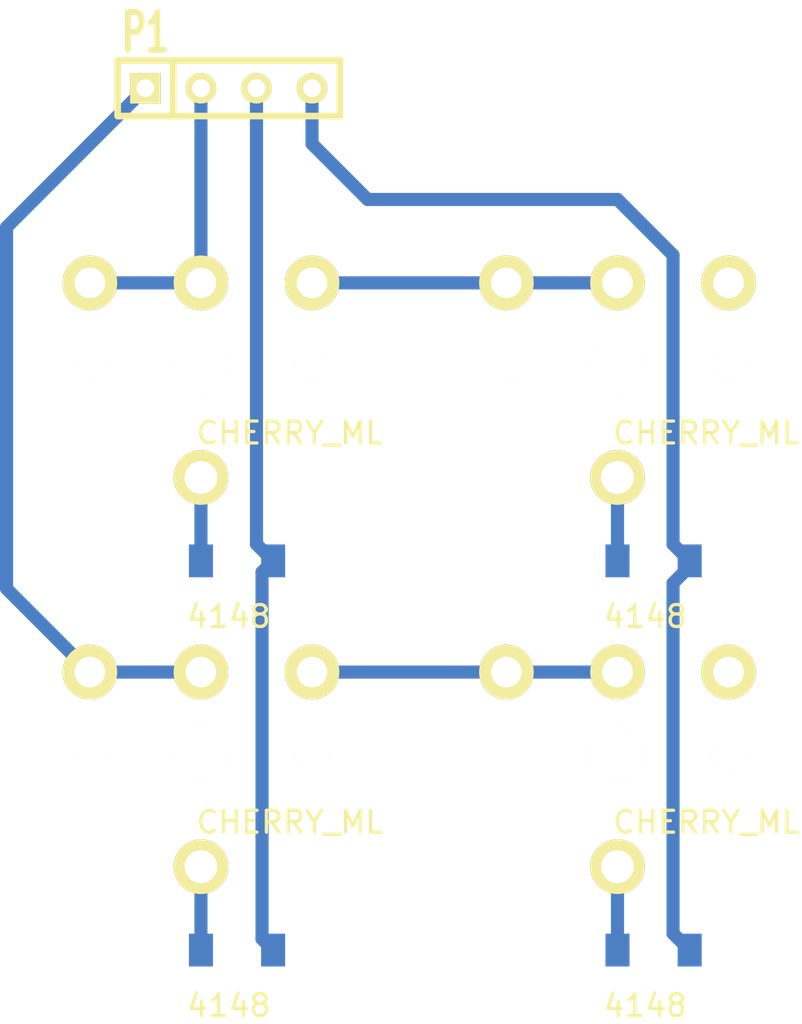
<source format=kicad_pcb>
(kicad_pcb (version 3) (host pcbnew "(2013-07-07 BZR 4022)-stable")

  (general
    (links 16)
    (no_connects 0)
    (area 139.5 76.19619 177.033 122.749)
    (thickness 1.6)
    (drawings 0)
    (tracks 30)
    (zones 0)
    (modules 9)
    (nets 11)
  )

  (page A4)
  (layers
    (15 F.Cu signal)
    (0 B.Cu signal)
    (16 B.Adhes user)
    (17 F.Adhes user)
    (18 B.Paste user)
    (19 F.Paste user)
    (20 B.SilkS user)
    (21 F.SilkS user)
    (22 B.Mask user)
    (23 F.Mask user)
    (24 Dwgs.User user)
    (25 Cmts.User user)
    (26 Eco1.User user)
    (27 Eco2.User user)
    (28 Edge.Cuts user)
  )

  (setup
    (last_trace_width 0.6)
    (trace_clearance 0.254)
    (zone_clearance 0.508)
    (zone_45_only no)
    (trace_min 0.6)
    (segment_width 0.2)
    (edge_width 0.15)
    (via_size 0.889)
    (via_drill 0.635)
    (via_min_size 0.889)
    (via_min_drill 0.508)
    (uvia_size 0.508)
    (uvia_drill 0.127)
    (uvias_allowed no)
    (uvia_min_size 0.508)
    (uvia_min_drill 0.127)
    (pcb_text_width 0.3)
    (pcb_text_size 1.5 1.5)
    (mod_edge_width 0.15)
    (mod_text_size 1.5 1.5)
    (mod_text_width 0.15)
    (pad_size 1.524 1.524)
    (pad_drill 0.762)
    (pad_to_mask_clearance 0.2)
    (aux_axis_origin 0 0)
    (visible_elements 7FFFFFFF)
    (pcbplotparams
      (layerselection 3178497)
      (usegerberextensions true)
      (excludeedgelayer true)
      (linewidth 0.100000)
      (plotframeref false)
      (viasonmask false)
      (mode 1)
      (useauxorigin false)
      (hpglpennumber 1)
      (hpglpenspeed 20)
      (hpglpendiameter 15)
      (hpglpenoverlay 2)
      (psnegative false)
      (psa4output false)
      (plotreference true)
      (plotvalue true)
      (plotothertext true)
      (plotinvisibletext false)
      (padsonsilk false)
      (subtractmaskfromsilk false)
      (outputformat 1)
      (mirror false)
      (drillshape 0)
      (scaleselection 1)
      (outputdirectory ""))
  )

  (net 0 "")
  (net 1 N-000001)
  (net 2 N-0000010)
  (net 3 N-0000011)
  (net 4 N-0000012)
  (net 5 N-000002)
  (net 6 N-000003)
  (net 7 N-000004)
  (net 8 N-000005)
  (net 9 N-000006)
  (net 10 N-000009)

  (net_class Default "This is the default net class."
    (clearance 0.254)
    (trace_width 0.6)
    (via_dia 0.889)
    (via_drill 0.635)
    (uvia_dia 0.508)
    (uvia_drill 0.127)
    (add_net "")
    (add_net N-000001)
    (add_net N-0000010)
    (add_net N-0000011)
    (add_net N-0000012)
    (add_net N-000002)
    (add_net N-000003)
    (add_net N-000004)
    (add_net N-000005)
    (add_net N-000006)
    (add_net N-000009)
  )

  (module SIL-4 (layer F.Cu) (tedit 5650FB3B) (tstamp 5650F9C8)
    (at 149.86 80.01)
    (descr "Connecteur 4 pibs")
    (tags "CONN DEV")
    (path /5650F800)
    (fp_text reference P1 (at -3.81 -2.54) (layer F.SilkS)
      (effects (font (size 1.73482 1.08712) (thickness 0.3048)))
    )
    (fp_text value CONN_4 (at 1.27 -2.54) (layer F.SilkS) hide
      (effects (font (size 1.524 1.016) (thickness 0.3048)))
    )
    (fp_line (start -5.08 -1.27) (end -5.08 -1.27) (layer F.SilkS) (width 0.3048))
    (fp_line (start -5.08 1.27) (end -5.08 -1.27) (layer F.SilkS) (width 0.3048))
    (fp_line (start -5.08 -1.27) (end -5.08 -1.27) (layer F.SilkS) (width 0.3048))
    (fp_line (start -5.08 -1.27) (end 5.08 -1.27) (layer F.SilkS) (width 0.3048))
    (fp_line (start 5.08 -1.27) (end 5.08 1.27) (layer F.SilkS) (width 0.3048))
    (fp_line (start 5.08 1.27) (end -5.08 1.27) (layer F.SilkS) (width 0.3048))
    (fp_line (start -2.54 1.27) (end -2.54 -1.27) (layer F.SilkS) (width 0.3048))
    (pad 1 thru_hole rect (at -3.81 0) (size 1.397 1.397) (drill 0.8128)
      (layers *.Cu *.Mask F.SilkS)
      (net 2 N-0000010)
    )
    (pad 2 thru_hole circle (at -1.27 0) (size 1.397 1.397) (drill 0.8128)
      (layers *.Cu *.Mask F.SilkS)
      (net 4 N-0000012)
    )
    (pad 3 thru_hole circle (at 1.27 0) (size 1.397 1.397) (drill 0.8128)
      (layers *.Cu *.Mask F.SilkS)
      (net 7 N-000004)
    )
    (pad 4 thru_hole circle (at 3.81 0) (size 1.397 1.397) (drill 0.8128)
      (layers *.Cu *.Mask F.SilkS)
      (net 8 N-000005)
    )
  )

  (module CHERRY_ML (layer F.Cu) (tedit 5650E626) (tstamp 5650F9D3)
    (at 148.59 92.71)
    (path /5650F7AF)
    (fp_text reference K1 (at -3.556 3.048) (layer F.SilkS) hide
      (effects (font (size 1 1) (thickness 0.15)))
    )
    (fp_text value CHERRY_ML (at 4.064 3.048) (layer F.SilkS)
      (effects (font (size 1 1) (thickness 0.15)))
    )
    (pad "" np_thru_hole circle (at 0 0) (size 2.6 2.6) (drill 2.6)
      (layers *.Cu *.Mask F.SilkS)
    )
    (pad "" np_thru_hole circle (at -5.08 0) (size 1.55 1.55) (drill 1.55)
      (layers *.Cu *.Mask F.SilkS)
    )
    (pad "" np_thru_hole circle (at 5.08 0) (size 1.55 1.55) (drill 1.55)
      (layers *.Cu *.Mask F.SilkS)
    )
    (pad 4 thru_hole circle (at 5.08 -3.81) (size 2.5 2.5) (drill 1.4)
      (layers *.Cu *.Mask F.SilkS)
      (net 10 N-000009)
    )
    (pad 3 thru_hole circle (at -5.08 -3.81) (size 2.5 2.5) (drill 1.4)
      (layers *.Cu *.Mask F.SilkS)
      (net 4 N-0000012)
    )
    (pad 2 thru_hole circle (at 0 5.08) (size 2.5 2.5) (drill 1.5)
      (layers *.Cu *.Mask F.SilkS)
      (net 9 N-000006)
    )
    (pad 1 thru_hole circle (at 0 -3.81) (size 2.5 2.5) (drill 1.4)
      (layers *.Cu *.Mask F.SilkS)
      (net 4 N-0000012)
    )
  )

  (module CHERRY_ML (layer F.Cu) (tedit 5650E626) (tstamp 5650F9DE)
    (at 167.64 92.71)
    (path /5650F7BC)
    (fp_text reference K3 (at -3.556 3.048) (layer F.SilkS) hide
      (effects (font (size 1 1) (thickness 0.15)))
    )
    (fp_text value CHERRY_ML (at 4.064 3.048) (layer F.SilkS)
      (effects (font (size 1 1) (thickness 0.15)))
    )
    (pad "" np_thru_hole circle (at 0 0) (size 2.6 2.6) (drill 2.6)
      (layers *.Cu *.Mask F.SilkS)
    )
    (pad "" np_thru_hole circle (at -5.08 0) (size 1.55 1.55) (drill 1.55)
      (layers *.Cu *.Mask F.SilkS)
    )
    (pad "" np_thru_hole circle (at 5.08 0) (size 1.55 1.55) (drill 1.55)
      (layers *.Cu *.Mask F.SilkS)
    )
    (pad 4 thru_hole circle (at 5.08 -3.81) (size 2.5 2.5) (drill 1.4)
      (layers *.Cu *.Mask F.SilkS)
    )
    (pad 3 thru_hole circle (at -5.08 -3.81) (size 2.5 2.5) (drill 1.4)
      (layers *.Cu *.Mask F.SilkS)
      (net 10 N-000009)
    )
    (pad 2 thru_hole circle (at 0 5.08) (size 2.5 2.5) (drill 1.5)
      (layers *.Cu *.Mask F.SilkS)
      (net 1 N-000001)
    )
    (pad 1 thru_hole circle (at 0 -3.81) (size 2.5 2.5) (drill 1.4)
      (layers *.Cu *.Mask F.SilkS)
      (net 10 N-000009)
    )
  )

  (module CHERRY_ML (layer F.Cu) (tedit 5650E626) (tstamp 5650F9E9)
    (at 148.59 110.49)
    (path /5650F7C2)
    (fp_text reference K2 (at -3.556 3.048) (layer F.SilkS) hide
      (effects (font (size 1 1) (thickness 0.15)))
    )
    (fp_text value CHERRY_ML (at 4.064 3.048) (layer F.SilkS)
      (effects (font (size 1 1) (thickness 0.15)))
    )
    (pad "" np_thru_hole circle (at 0 0) (size 2.6 2.6) (drill 2.6)
      (layers *.Cu *.Mask F.SilkS)
    )
    (pad "" np_thru_hole circle (at -5.08 0) (size 1.55 1.55) (drill 1.55)
      (layers *.Cu *.Mask F.SilkS)
    )
    (pad "" np_thru_hole circle (at 5.08 0) (size 1.55 1.55) (drill 1.55)
      (layers *.Cu *.Mask F.SilkS)
    )
    (pad 4 thru_hole circle (at 5.08 -3.81) (size 2.5 2.5) (drill 1.4)
      (layers *.Cu *.Mask F.SilkS)
      (net 3 N-0000011)
    )
    (pad 3 thru_hole circle (at -5.08 -3.81) (size 2.5 2.5) (drill 1.4)
      (layers *.Cu *.Mask F.SilkS)
      (net 2 N-0000010)
    )
    (pad 2 thru_hole circle (at 0 5.08) (size 2.5 2.5) (drill 1.5)
      (layers *.Cu *.Mask F.SilkS)
      (net 5 N-000002)
    )
    (pad 1 thru_hole circle (at 0 -3.81) (size 2.5 2.5) (drill 1.4)
      (layers *.Cu *.Mask F.SilkS)
      (net 2 N-0000010)
    )
  )

  (module CHERRY_ML (layer F.Cu) (tedit 5650E626) (tstamp 5650F9F4)
    (at 167.64 110.49)
    (path /5650F7C8)
    (fp_text reference K4 (at -3.556 3.048) (layer F.SilkS) hide
      (effects (font (size 1 1) (thickness 0.15)))
    )
    (fp_text value CHERRY_ML (at 4.064 3.048) (layer F.SilkS)
      (effects (font (size 1 1) (thickness 0.15)))
    )
    (pad "" np_thru_hole circle (at 0 0) (size 2.6 2.6) (drill 2.6)
      (layers *.Cu *.Mask F.SilkS)
    )
    (pad "" np_thru_hole circle (at -5.08 0) (size 1.55 1.55) (drill 1.55)
      (layers *.Cu *.Mask F.SilkS)
    )
    (pad "" np_thru_hole circle (at 5.08 0) (size 1.55 1.55) (drill 1.55)
      (layers *.Cu *.Mask F.SilkS)
    )
    (pad 4 thru_hole circle (at 5.08 -3.81) (size 2.5 2.5) (drill 1.4)
      (layers *.Cu *.Mask F.SilkS)
    )
    (pad 3 thru_hole circle (at -5.08 -3.81) (size 2.5 2.5) (drill 1.4)
      (layers *.Cu *.Mask F.SilkS)
      (net 3 N-0000011)
    )
    (pad 2 thru_hole circle (at 0 5.08) (size 2.5 2.5) (drill 1.5)
      (layers *.Cu *.Mask F.SilkS)
      (net 6 N-000003)
    )
    (pad 1 thru_hole circle (at 0 -3.81) (size 2.5 2.5) (drill 1.4)
      (layers *.Cu *.Mask F.SilkS)
      (net 3 N-0000011)
    )
  )

  (module 4148_rev2 (layer F.Cu) (tedit 564105A0) (tstamp 5650F9FA)
    (at 148.59 101.6)
    (path /5650F7D0)
    (fp_text reference D1 (at 1.27 -2.54) (layer F.SilkS) hide
      (effects (font (size 1 1) (thickness 0.15)))
    )
    (fp_text value 4148 (at 1.27 2.54) (layer F.SilkS)
      (effects (font (size 1 1) (thickness 0.15)))
    )
    (pad 1 smd rect (at 0 0) (size 1.1 1.5)
      (layers B.Cu F.Paste F.Mask)
      (net 9 N-000006)
    )
    (pad 2 smd rect (at 3.3 0) (size 1.1 1.5)
      (layers B.Cu F.Paste F.Mask)
      (net 7 N-000004)
    )
  )

  (module 4148_rev2 (layer F.Cu) (tedit 564105A0) (tstamp 5650FA00)
    (at 167.64 101.6)
    (path /5650F7EC)
    (fp_text reference D3 (at 1.27 -2.54) (layer F.SilkS) hide
      (effects (font (size 1 1) (thickness 0.15)))
    )
    (fp_text value 4148 (at 1.27 2.54) (layer F.SilkS)
      (effects (font (size 1 1) (thickness 0.15)))
    )
    (pad 1 smd rect (at 0 0) (size 1.1 1.5)
      (layers B.Cu F.Paste F.Mask)
      (net 1 N-000001)
    )
    (pad 2 smd rect (at 3.3 0) (size 1.1 1.5)
      (layers B.Cu F.Paste F.Mask)
      (net 8 N-000005)
    )
  )

  (module 4148_rev2 (layer F.Cu) (tedit 564105A0) (tstamp 5650FA06)
    (at 167.64 119.38)
    (path /5650F7F2)
    (fp_text reference D4 (at 1.27 -2.54) (layer F.SilkS) hide
      (effects (font (size 1 1) (thickness 0.15)))
    )
    (fp_text value 4148 (at 1.27 2.54) (layer F.SilkS)
      (effects (font (size 1 1) (thickness 0.15)))
    )
    (pad 1 smd rect (at 0 0) (size 1.1 1.5)
      (layers B.Cu F.Paste F.Mask)
      (net 6 N-000003)
    )
    (pad 2 smd rect (at 3.3 0) (size 1.1 1.5)
      (layers B.Cu F.Paste F.Mask)
      (net 8 N-000005)
    )
  )

  (module 4148_rev2 (layer F.Cu) (tedit 564105A0) (tstamp 5650FA0C)
    (at 148.59 119.38)
    (path /5650F7F8)
    (fp_text reference D2 (at 1.27 -2.54) (layer F.SilkS) hide
      (effects (font (size 1 1) (thickness 0.15)))
    )
    (fp_text value 4148 (at 1.27 2.54) (layer F.SilkS)
      (effects (font (size 1 1) (thickness 0.15)))
    )
    (pad 1 smd rect (at 0 0) (size 1.1 1.5)
      (layers B.Cu F.Paste F.Mask)
      (net 5 N-000002)
    )
    (pad 2 smd rect (at 3.3 0) (size 1.1 1.5)
      (layers B.Cu F.Paste F.Mask)
      (net 7 N-000004)
    )
  )

  (segment (start 167.64 97.79) (end 167.64 101.6) (width 0.6) (layer B.Cu) (net 1))
  (segment (start 143.51 106.68) (end 148.59 106.68) (width 0.6) (layer B.Cu) (net 2))
  (segment (start 146.05 80.01) (end 139.7 86.36) (width 0.6) (layer B.Cu) (net 2))
  (segment (start 139.7 102.87) (end 143.51 106.68) (width 0.6) (layer B.Cu) (net 2) (tstamp 5650FAF3))
  (segment (start 139.7 86.36) (end 139.7 102.87) (width 0.6) (layer B.Cu) (net 2) (tstamp 5650FAEF))
  (segment (start 162.56 106.68) (end 167.64 106.68) (width 0.6) (layer B.Cu) (net 3))
  (segment (start 153.67 106.68) (end 162.56 106.68) (width 0.6) (layer B.Cu) (net 3))
  (segment (start 148.59 88.9) (end 148.59 80.01) (width 0.6) (layer B.Cu) (net 4))
  (segment (start 143.51 88.9) (end 148.59 88.9) (width 0.6) (layer B.Cu) (net 4))
  (segment (start 148.59 115.57) (end 148.59 119.38) (width 0.6) (layer B.Cu) (net 5))
  (segment (start 167.64 115.57) (end 167.64 119.38) (width 0.6) (layer B.Cu) (net 6))
  (segment (start 151.89 101.6) (end 151.89 101.602) (width 0.6) (layer B.Cu) (net 7))
  (segment (start 151.384 118.874) (end 151.89 119.38) (width 0.6) (layer B.Cu) (net 7) (tstamp 5650FDD0))
  (segment (start 151.384 102.108) (end 151.384 118.874) (width 0.6) (layer B.Cu) (net 7) (tstamp 5650FDCE))
  (segment (start 151.89 101.602) (end 151.384 102.108) (width 0.6) (layer B.Cu) (net 7) (tstamp 5650FDCD))
  (segment (start 151.13 80.01) (end 151.13 100.84) (width 0.6) (layer B.Cu) (net 7))
  (segment (start 151.13 100.84) (end 151.89 101.6) (width 0.6) (layer B.Cu) (net 7) (tstamp 5650FB06))
  (segment (start 170.94 101.6) (end 170.94 101.856) (width 0.6) (layer B.Cu) (net 8))
  (segment (start 170.18 118.62) (end 170.94 119.38) (width 0.6) (layer B.Cu) (net 8) (tstamp 5650FDC9))
  (segment (start 170.18 102.616) (end 170.18 118.62) (width 0.6) (layer B.Cu) (net 8) (tstamp 5650FDC5))
  (segment (start 170.94 101.856) (end 170.18 102.616) (width 0.6) (layer B.Cu) (net 8) (tstamp 5650FDC0))
  (segment (start 153.67 80.01) (end 153.67 82.55) (width 0.6) (layer B.Cu) (net 8))
  (segment (start 170.18 100.84) (end 170.94 101.6) (width 0.6) (layer B.Cu) (net 8) (tstamp 5650FB21))
  (segment (start 170.18 87.63) (end 170.18 100.84) (width 0.6) (layer B.Cu) (net 8) (tstamp 5650FB1D))
  (segment (start 167.64 85.09) (end 170.18 87.63) (width 0.6) (layer B.Cu) (net 8) (tstamp 5650FB1B))
  (segment (start 156.21 85.09) (end 167.64 85.09) (width 0.6) (layer B.Cu) (net 8) (tstamp 5650FB19))
  (segment (start 153.67 82.55) (end 156.21 85.09) (width 0.6) (layer B.Cu) (net 8) (tstamp 5650FB15))
  (segment (start 148.59 97.79) (end 148.59 101.6) (width 0.6) (layer B.Cu) (net 9))
  (segment (start 162.56 88.9) (end 167.64 88.9) (width 0.6) (layer B.Cu) (net 10))
  (segment (start 153.67 88.9) (end 162.56 88.9) (width 0.6) (layer B.Cu) (net 10))

)

</source>
